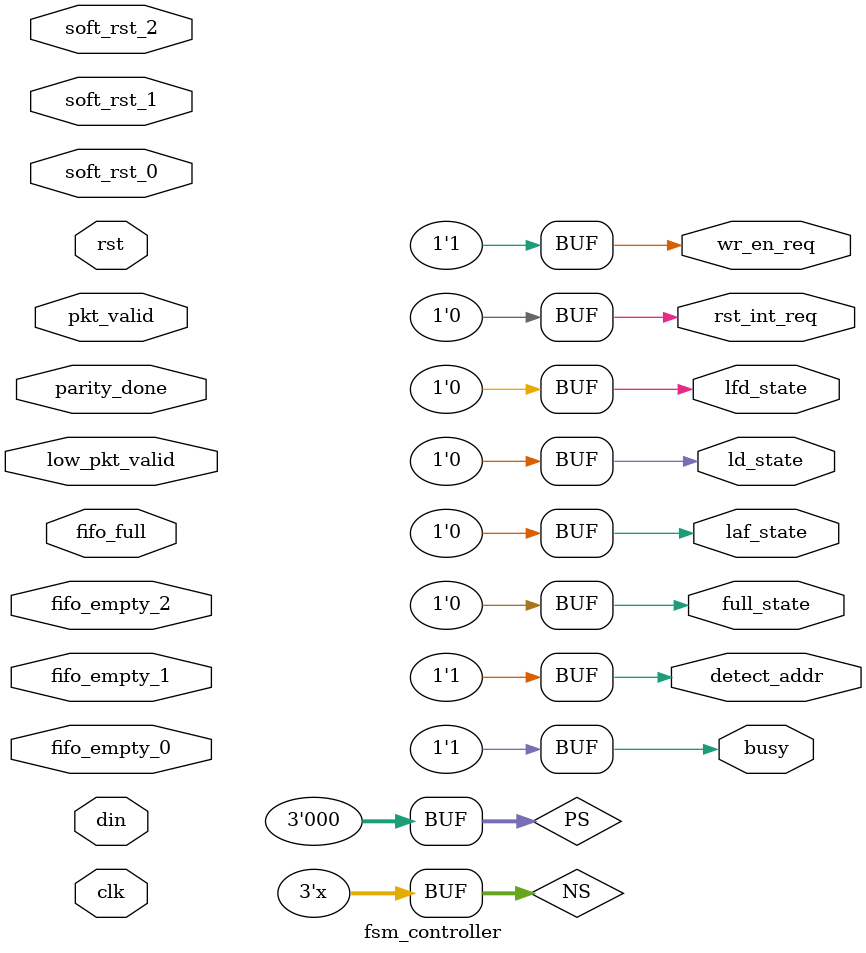
<source format=v>
module fsm_controller (
    input clk,
    input rst,
    input pkt_valid,
    input fifo_full,
    input fifo_empty_0,
    input fifo_empty_1,
    input fifo_empty_2,
    input soft_rst_0,
    input soft_rst_1,
    input soft_rst_2,
    input parity_done,
    input low_pkt_valid,
    input [1:0] din,
    output wr_en_req,
    output detect_addr,
    output ld_state,
    output laf_state,
    output lfd_state,
    output full_state,
    output rst_int_req,
    output busy
);
  //fsm controller for 1x3 router 

  parameter DECODE_ADDRESS = 3'b000;
  parameter LOAD_FIRST_DATA = 3'b001;
  parameter LOAD_DATA = 3'b010;
  parameter WAIT_TILL_EMPTY = 3'b011;
  parameter CHECK_PARITY_ERROR = 3'b100;
  parameter LOAD_PARITY = 3'b101;
  parameter FIFO_FULL_STATE = 3'b110;
  parameter LOAD_AFTER_FULL = 3'b111;

  reg [2:0] PS, NS;

  always @(posedge clk) begin
    if (!rst) PS <= DECODE_ADDRESS;
    else if (soft_rst_0 || soft_rst_1 || soft_rst_2) PS <= DECODE_ADDRESS;
    else PS <= NS;
  end

  always @(*) begin
    case (PS)
      DECODE_ADDRESS: begin
        if ((pkt_valid && din == 0 && fifo_empty_0) || (pkt_valid && din == 1 && fifo_empty_1) || (pkt_valid && din == 2 && fifo_empty_2))
          NS = LOAD_FIRST_DATA;
        else if ((pkt_valid && din == 0 && ~fifo_empty_0) || (pkt_valid && din == 1 && !fifo_empty_1) || (pkt_valid && din == 2 && !fifo_empty_2))
          NS = WAIT_TILL_EMPTY;
        else NS = DECODE_ADDRESS;
      end

      LOAD_FIRST_DATA: NS = LOAD_DATA;

      LOAD_DATA: begin
        if (fifo_full) begin
          NS = FIFO_FULL_STATE;
        end else if (!fifo_full && !pkt_valid) NS = LOAD_PARITY;
        else NS = LOAD_DATA;
      end

      WAIT_TILL_EMPTY: begin
        if (fifo_empty_0 || fifo_empty_1 || fifo_empty_2) NS = LOAD_FIRST_DATA;
        else NS = WAIT_TILL_EMPTY;
      end

      FIFO_FULL_STATE: begin
        if (!fifo_full) NS = LOAD_AFTER_FULL;
        else NS = FIFO_FULL_STATE;
      end

      LOAD_AFTER_FULL: begin
        if (!parity_done && !low_pkt_valid) NS = LOAD_DATA;
        else if (!parity_done && low_pkt_valid) NS = LOAD_PARITY;
        else if (parity_done) NS = DECODE_ADDRESS;
      end

      LOAD_PARITY: NS = CHECK_PARITY_ERROR;

      CHECK_PARITY_ERROR: begin
        if (!fifo_full) NS = DECODE_ADDRESS;
        else NS = FIFO_FULL_STATE;
      end

      default: PS = DECODE_ADDRESS;
    endcase
  end
  assign detect_addr = (PS == DECODE_ADDRESS);
  assign lfd_state = (PS == LOAD_FIRST_DATA);
  assign busy = (PS == LOAD_FIRST_DATA) || !(PS == LOAD_DATA) || (PS == LOAD_PARITY) || (PS == FIFO_FULL_STATE) ||(PS == LOAD_AFTER_FULL) || (PS == WAIT_TILL_EMPTY) || (PS == CHECK_PARITY_ERROR);
  assign ld_state = (PS == LOAD_DATA);
  assign wr_en_req = (PS == LOAD_DATA) || (PS == LOAD_PARITY) || !(PS == FIFO_FULL_STATE) || (PS == LOAD_AFTER_FULL) || !(PS == WAIT_TILL_EMPTY);
  assign full_state = (PS == FIFO_FULL_STATE);
  assign laf_state = (PS == LOAD_AFTER_FULL);
  assign rst_int_req = (PS == CHECK_PARITY_ERROR);
endmodule


</source>
